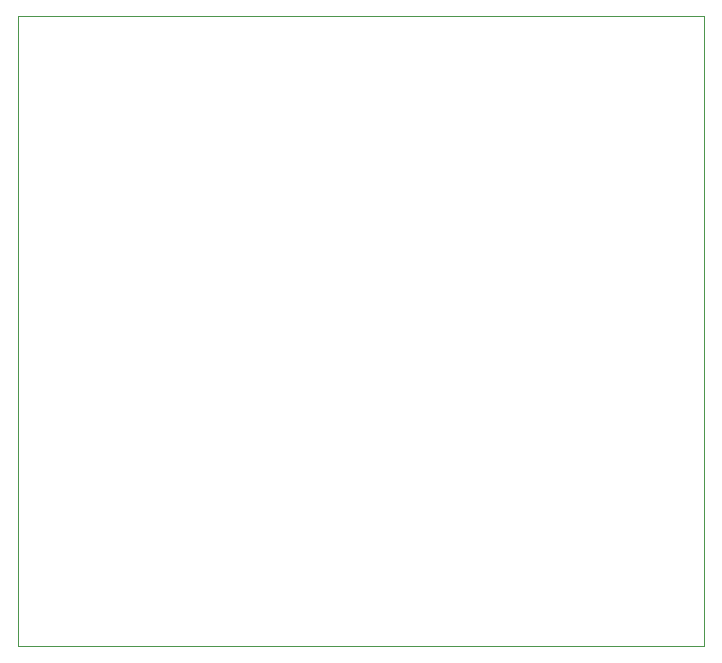
<source format=gbr>
G04 DipTrace 4.1.2.0*
G04 BoardOutline.gbr*
%MOIN*%
G04 #@! TF.FileFunction,Profile*
G04 #@! TF.Part,Single*
%ADD10C,0.004724*%
%FSLAX26Y26*%
G04*
G70*
G90*
G75*
G01*
G04 BoardOutline*
%LPD*%
X0Y2100000D2*
G54D10*
X2287500D1*
Y0D1*
X0D1*
Y1662500D1*
Y2100000D1*
M02*

</source>
